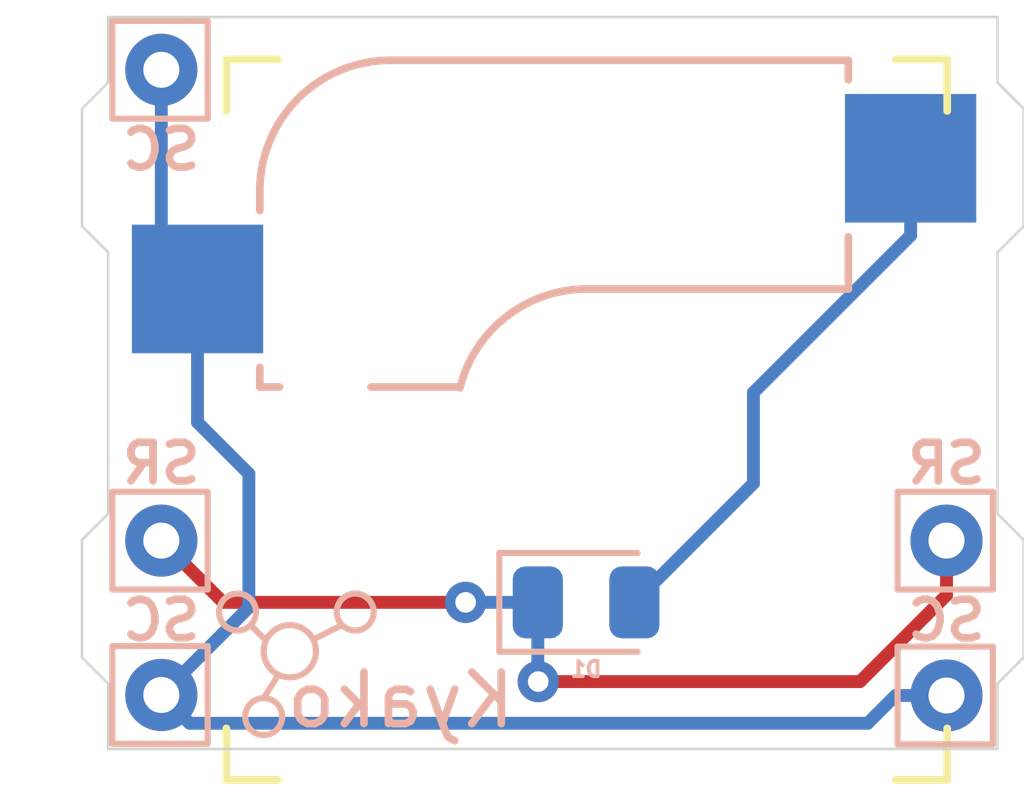
<source format=kicad_pcb>
(kicad_pcb (version 20171130) (host pcbnew "(5.1.5-0-10_14)")

  (general
    (thickness 1.6)
    (drawings 31)
    (tracks 24)
    (zones 0)
    (modules 7)
    (nets 4)
  )

  (page A4)
  (layers
    (0 F.Cu signal)
    (31 B.Cu signal)
    (32 B.Adhes user)
    (33 F.Adhes user)
    (34 B.Paste user)
    (35 F.Paste user)
    (36 B.SilkS user)
    (37 F.SilkS user)
    (38 B.Mask user)
    (39 F.Mask user)
    (40 Dwgs.User user hide)
    (41 Cmts.User user)
    (42 Eco1.User user)
    (43 Eco2.User user)
    (44 Edge.Cuts user)
    (45 Margin user)
    (46 B.CrtYd user hide)
    (47 F.CrtYd user)
    (48 B.Fab user hide)
    (49 F.Fab user hide)
  )

  (setup
    (last_trace_width 0.25)
    (trace_clearance 0.2)
    (zone_clearance 0.508)
    (zone_45_only no)
    (trace_min 0.2)
    (via_size 0.8)
    (via_drill 0.4)
    (via_min_size 0.4)
    (via_min_drill 0.3)
    (uvia_size 0.3)
    (uvia_drill 0.1)
    (uvias_allowed no)
    (uvia_min_size 0.2)
    (uvia_min_drill 0.1)
    (edge_width 0.05)
    (segment_width 0.2)
    (pcb_text_width 0.3)
    (pcb_text_size 1.5 1.5)
    (mod_edge_width 0.12)
    (mod_text_size 1 1)
    (mod_text_width 0.15)
    (pad_size 1.524 1.524)
    (pad_drill 0.762)
    (pad_to_mask_clearance 0.051)
    (solder_mask_min_width 0.25)
    (aux_axis_origin 0 0)
    (visible_elements 7FFFFFFF)
    (pcbplotparams
      (layerselection 0x010fc_ffffffff)
      (usegerberextensions false)
      (usegerberattributes false)
      (usegerberadvancedattributes false)
      (creategerberjobfile false)
      (excludeedgelayer true)
      (linewidth 0.100000)
      (plotframeref false)
      (viasonmask false)
      (mode 1)
      (useauxorigin false)
      (hpglpennumber 1)
      (hpglpenspeed 20)
      (hpglpendiameter 15.000000)
      (psnegative false)
      (psa4output false)
      (plotreference true)
      (plotvalue true)
      (plotinvisibletext false)
      (padsonsilk false)
      (subtractmaskfromsilk false)
      (outputformat 1)
      (mirror false)
      (drillshape 0)
      (scaleselection 1)
      (outputdirectory "molecule_single_gerber/"))
  )

  (net 0 "")
  (net 1 "Net-(D1-Pad2)")
  (net 2 "Net-(D1-Pad1)")
  (net 3 "Net-(J1-Pad2)")

  (net_class Default "This is the default net class."
    (clearance 0.2)
    (trace_width 0.25)
    (via_dia 0.8)
    (via_drill 0.4)
    (uvia_dia 0.3)
    (uvia_drill 0.1)
    (add_net "Net-(D1-Pad1)")
    (add_net "Net-(D1-Pad2)")
    (add_net "Net-(J1-Pad2)")
  )

  (module Connector_Pin:Pin_D0.7mm_L6.5mm_W1.8mm_FlatFork (layer B.Cu) (tedit 5A1DC084) (tstamp 5E909734)
    (at 141.25 113.26)
    (descr "solder Pin_ with flat fork, hole diameter 0.7mm, length 6.5mm, width 1.8mm")
    (tags "solder Pin_ with flat fork")
    (path /5E903841)
    (fp_text reference SC (at 0 -1.46) (layer B.SilkS)
      (effects (font (size 0.75 0.75) (thickness 0.15)) (justify mirror))
    )
    (fp_text value MountingHole_Pad (at 0 1.8) (layer B.Fab)
      (effects (font (size 1 1) (thickness 0.15)) (justify mirror))
    )
    (fp_line (start 1.35 -1.2) (end -1.4 -1.2) (layer B.CrtYd) (width 0.05))
    (fp_line (start 1.35 -1.2) (end 1.35 1.2) (layer B.CrtYd) (width 0.05))
    (fp_line (start -1.4 1.2) (end -1.4 -1.2) (layer B.CrtYd) (width 0.05))
    (fp_line (start -1.4 1.2) (end 1.35 1.2) (layer B.CrtYd) (width 0.05))
    (fp_line (start -0.9 -0.25) (end -0.9 0.25) (layer B.Fab) (width 0.12))
    (fp_line (start 0.85 -0.25) (end -0.9 -0.25) (layer B.Fab) (width 0.12))
    (fp_line (start 0.85 0.25) (end 0.85 -0.25) (layer B.Fab) (width 0.12))
    (fp_line (start -0.9 0.25) (end 0.85 0.25) (layer B.Fab) (width 0.12))
    (fp_line (start 0.9 0.95) (end -0.95 0.95) (layer B.SilkS) (width 0.12))
    (fp_line (start 0.9 0.9) (end 0.9 0.95) (layer B.SilkS) (width 0.12))
    (fp_line (start 0.9 -0.95) (end 0.9 0.9) (layer B.SilkS) (width 0.12))
    (fp_line (start -0.95 -0.95) (end 0.9 -0.95) (layer B.SilkS) (width 0.12))
    (fp_line (start -0.95 0.95) (end -0.95 -0.95) (layer B.SilkS) (width 0.12))
    (fp_text user %R (at 0 -1.8) (layer B.Fab)
      (effects (font (size 1 1) (thickness 0.15)) (justify mirror))
    )
    (pad 1 thru_hole circle (at 0 0) (size 1.4 1.4) (drill 0.7) (layers *.Cu *.Mask)
      (net 3 "Net-(J1-Pad2)"))
    (model ${KISYS3DMOD}/Connector_Pin.3dshapes/Pin_D0.7mm_L6.5mm_W1.8mm_FlatFork.wrl
      (at (xyz 0 0 0))
      (scale (xyz 1 1 1))
      (rotate (xyz 0 0 0))
    )
  )

  (module Diode_SMD:D_0805_2012Metric (layer B.Cu) (tedit 5B36C52B) (tstamp 5E444574)
    (at 134.25 111.45)
    (descr "Diode SMD 0805 (2012 Metric), square (rectangular) end terminal, IPC_7351 nominal, (Body size source: https://docs.google.com/spreadsheets/d/1BsfQQcO9C6DZCsRaXUlFlo91Tg2WpOkGARC1WS5S8t0/edit?usp=sharing), generated with kicad-footprint-generator")
    (tags diode)
    (path /5E3FA792)
    (attr smd)
    (fp_text reference D1 (at 0 1.3) (layer B.SilkS)
      (effects (font (size 0.3 0.3) (thickness 0.075)) (justify mirror))
    )
    (fp_text value 1N4148 (at 3.81 -2.12) (layer B.Fab)
      (effects (font (size 1 1) (thickness 0.15)) (justify mirror))
    )
    (fp_text user %R (at 4.11 0) (layer B.Fab)
      (effects (font (size 0.8 0.8) (thickness 0.12)) (justify mirror))
    )
    (fp_line (start 1.68 -0.95) (end -1.68 -0.95) (layer B.CrtYd) (width 0.05))
    (fp_line (start 1.68 0.95) (end 1.68 -0.95) (layer B.CrtYd) (width 0.05))
    (fp_line (start -1.68 0.95) (end 1.68 0.95) (layer B.CrtYd) (width 0.05))
    (fp_line (start -1.68 -0.95) (end -1.68 0.95) (layer B.CrtYd) (width 0.05))
    (fp_line (start -1.685 -0.96) (end 1 -0.96) (layer B.SilkS) (width 0.12))
    (fp_line (start -1.685 0.96) (end -1.685 -0.96) (layer B.SilkS) (width 0.12))
    (fp_line (start 1 0.96) (end -1.685 0.96) (layer B.SilkS) (width 0.12))
    (fp_line (start 1 -0.6) (end 1 0.6) (layer B.Fab) (width 0.1))
    (fp_line (start -1 -0.6) (end 1 -0.6) (layer B.Fab) (width 0.1))
    (fp_line (start -1 0.3) (end -1 -0.6) (layer B.Fab) (width 0.1))
    (fp_line (start -0.7 0.6) (end -1 0.3) (layer B.Fab) (width 0.1))
    (fp_line (start 1 0.6) (end -0.7 0.6) (layer B.Fab) (width 0.1))
    (fp_text user K (at 0 1.8) (layer B.Fab)
      (effects (font (size 1 1) (thickness 0.15)) (justify mirror))
    )
    (pad 2 smd roundrect (at 0.9375 0) (size 0.975 1.4) (layers B.Cu B.Paste B.Mask) (roundrect_rratio 0.25)
      (net 1 "Net-(D1-Pad2)"))
    (pad 1 smd roundrect (at -0.9375 0) (size 0.975 1.4) (layers B.Cu B.Paste B.Mask) (roundrect_rratio 0.25)
      (net 2 "Net-(D1-Pad1)"))
    (model ${KISYS3DMOD}/Diode_SMD.3dshapes/D_0805_2012Metric.wrl
      (at (xyz 0 0 0))
      (scale (xyz 1 1 1))
      (rotate (xyz 0 0 0))
    )
  )

  (module Connector_Pin:Pin_D0.7mm_L6.5mm_W1.8mm_FlatFork (layer B.Cu) (tedit 5A1DC084) (tstamp 5E4445F4)
    (at 126 113.25)
    (descr "solder Pin_ with flat fork, hole diameter 0.7mm, length 6.5mm, width 1.8mm")
    (tags "solder Pin_ with flat fork")
    (path /5E3FB00F)
    (fp_text reference SC (at 0 -1.45) (layer B.SilkS)
      (effects (font (size 0.75 0.75) (thickness 0.15)) (justify mirror))
    )
    (fp_text value MountingHole_Pad (at 0 1.8) (layer B.Fab)
      (effects (font (size 1 1) (thickness 0.15)) (justify mirror))
    )
    (fp_line (start 1.35 -1.2) (end -1.4 -1.2) (layer B.CrtYd) (width 0.05))
    (fp_line (start 1.35 -1.2) (end 1.35 1.2) (layer B.CrtYd) (width 0.05))
    (fp_line (start -1.4 1.2) (end -1.4 -1.2) (layer B.CrtYd) (width 0.05))
    (fp_line (start -1.4 1.2) (end 1.35 1.2) (layer B.CrtYd) (width 0.05))
    (fp_line (start -0.9 -0.25) (end -0.9 0.25) (layer B.Fab) (width 0.12))
    (fp_line (start 0.85 -0.25) (end -0.9 -0.25) (layer B.Fab) (width 0.12))
    (fp_line (start 0.85 0.25) (end 0.85 -0.25) (layer B.Fab) (width 0.12))
    (fp_line (start -0.9 0.25) (end 0.85 0.25) (layer B.Fab) (width 0.12))
    (fp_line (start 0.9 0.95) (end -0.95 0.95) (layer B.SilkS) (width 0.12))
    (fp_line (start 0.9 0.9) (end 0.9 0.95) (layer B.SilkS) (width 0.12))
    (fp_line (start 0.9 -0.95) (end 0.9 0.9) (layer B.SilkS) (width 0.12))
    (fp_line (start -0.95 -0.95) (end 0.9 -0.95) (layer B.SilkS) (width 0.12))
    (fp_line (start -0.95 0.95) (end -0.95 -0.95) (layer B.SilkS) (width 0.12))
    (fp_text user %R (at -2.032 0.762) (layer B.Fab)
      (effects (font (size 1 1) (thickness 0.15)) (justify mirror))
    )
    (pad 1 thru_hole circle (at 0 0) (size 1.4 1.4) (drill 0.7) (layers *.Cu *.Mask)
      (net 3 "Net-(J1-Pad2)"))
    (model ${KISYS3DMOD}/Connector_Pin.3dshapes/Pin_D0.7mm_L6.5mm_W1.8mm_FlatFork.wrl
      (at (xyz 0 0 0))
      (scale (xyz 1 1 1))
      (rotate (xyz 0 0 0))
    )
  )

  (module Connector_Pin:Pin_D0.7mm_L6.5mm_W1.8mm_FlatFork (layer B.Cu) (tedit 5A1DC084) (tstamp 5E4445E1)
    (at 126 101.1)
    (descr "solder Pin_ with flat fork, hole diameter 0.7mm, length 6.5mm, width 1.8mm")
    (tags "solder Pin_ with flat fork")
    (path /5E41DF51)
    (fp_text reference SC (at 0 1.55) (layer B.SilkS)
      (effects (font (size 0.75 0.75) (thickness 0.15)) (justify mirror))
    )
    (fp_text value MountingHole_Pad (at 0 1.8) (layer B.Fab)
      (effects (font (size 1 1) (thickness 0.15)) (justify mirror))
    )
    (fp_line (start 1.35 -1.2) (end -1.4 -1.2) (layer B.CrtYd) (width 0.05))
    (fp_line (start 1.35 -1.2) (end 1.35 1.2) (layer B.CrtYd) (width 0.05))
    (fp_line (start -1.4 1.2) (end -1.4 -1.2) (layer B.CrtYd) (width 0.05))
    (fp_line (start -1.4 1.2) (end 1.35 1.2) (layer B.CrtYd) (width 0.05))
    (fp_line (start -0.9 -0.25) (end -0.9 0.25) (layer B.Fab) (width 0.12))
    (fp_line (start 0.85 -0.25) (end -0.9 -0.25) (layer B.Fab) (width 0.12))
    (fp_line (start 0.85 0.25) (end 0.85 -0.25) (layer B.Fab) (width 0.12))
    (fp_line (start -0.9 0.25) (end 0.85 0.25) (layer B.Fab) (width 0.12))
    (fp_line (start 0.9 0.95) (end -0.95 0.95) (layer B.SilkS) (width 0.12))
    (fp_line (start 0.9 0.9) (end 0.9 0.95) (layer B.SilkS) (width 0.12))
    (fp_line (start 0.9 -0.95) (end 0.9 0.9) (layer B.SilkS) (width 0.12))
    (fp_line (start -0.95 -0.95) (end 0.9 -0.95) (layer B.SilkS) (width 0.12))
    (fp_line (start -0.95 0.95) (end -0.95 -0.95) (layer B.SilkS) (width 0.12))
    (fp_text user %R (at -2.032 -0.508) (layer B.Fab)
      (effects (font (size 1 1) (thickness 0.15)) (justify mirror))
    )
    (pad 1 thru_hole circle (at 0 0) (size 1.4 1.4) (drill 0.7) (layers *.Cu *.Mask)
      (net 3 "Net-(J1-Pad2)"))
    (model ${KISYS3DMOD}/Connector_Pin.3dshapes/Pin_D0.7mm_L6.5mm_W1.8mm_FlatFork.wrl
      (at (xyz 0 0 0))
      (scale (xyz 1 1 1))
      (rotate (xyz 0 0 0))
    )
  )

  (module Connector_Pin:Pin_D0.7mm_L6.5mm_W1.8mm_FlatFork (layer B.Cu) (tedit 5A1DC084) (tstamp 5E4445CE)
    (at 141.25 110.25)
    (descr "solder Pin_ with flat fork, hole diameter 0.7mm, length 6.5mm, width 1.8mm")
    (tags "solder Pin_ with flat fork")
    (path /5E3FC1C5)
    (fp_text reference SR (at 0 -1.5) (layer B.SilkS)
      (effects (font (size 0.75 0.75) (thickness 0.15)) (justify mirror))
    )
    (fp_text value MountingHole_Pad (at 0 1.8) (layer B.Fab)
      (effects (font (size 1 1) (thickness 0.15)) (justify mirror))
    )
    (fp_line (start 1.35 -1.2) (end -1.4 -1.2) (layer B.CrtYd) (width 0.05))
    (fp_line (start 1.35 -1.2) (end 1.35 1.2) (layer B.CrtYd) (width 0.05))
    (fp_line (start -1.4 1.2) (end -1.4 -1.2) (layer B.CrtYd) (width 0.05))
    (fp_line (start -1.4 1.2) (end 1.35 1.2) (layer B.CrtYd) (width 0.05))
    (fp_line (start -0.9 -0.25) (end -0.9 0.25) (layer B.Fab) (width 0.12))
    (fp_line (start 0.85 -0.25) (end -0.9 -0.25) (layer B.Fab) (width 0.12))
    (fp_line (start 0.85 0.25) (end 0.85 -0.25) (layer B.Fab) (width 0.12))
    (fp_line (start -0.9 0.25) (end 0.85 0.25) (layer B.Fab) (width 0.12))
    (fp_line (start 0.9 0.95) (end -0.95 0.95) (layer B.SilkS) (width 0.12))
    (fp_line (start 0.9 0.9) (end 0.9 0.95) (layer B.SilkS) (width 0.12))
    (fp_line (start 0.9 -0.95) (end 0.9 0.9) (layer B.SilkS) (width 0.12))
    (fp_line (start -0.95 -0.95) (end 0.9 -0.95) (layer B.SilkS) (width 0.12))
    (fp_line (start -0.95 0.95) (end -0.95 -0.95) (layer B.SilkS) (width 0.12))
    (fp_text user %R (at -2.032 0.508) (layer B.Fab)
      (effects (font (size 1 1) (thickness 0.15)) (justify mirror))
    )
    (pad 1 thru_hole circle (at 0 0) (size 1.4 1.4) (drill 0.7) (layers *.Cu *.Mask)
      (net 2 "Net-(D1-Pad1)"))
    (model ${KISYS3DMOD}/Connector_Pin.3dshapes/Pin_D0.7mm_L6.5mm_W1.8mm_FlatFork.wrl
      (at (xyz 0 0 0))
      (scale (xyz 1 1 1))
      (rotate (xyz 0 0 0))
    )
  )

  (module Connector_Pin:Pin_D0.7mm_L6.5mm_W1.8mm_FlatFork (layer B.Cu) (tedit 5A1DC084) (tstamp 5E4445BB)
    (at 126 110.25)
    (descr "solder Pin_ with flat fork, hole diameter 0.7mm, length 6.5mm, width 1.8mm")
    (tags "solder Pin_ with flat fork")
    (path /5E41F48F)
    (fp_text reference SR (at 0 -1.5) (layer B.SilkS)
      (effects (font (size 0.75 0.75) (thickness 0.15)) (justify mirror))
    )
    (fp_text value MountingHole_Pad (at 0 1.8) (layer B.Fab)
      (effects (font (size 1 1) (thickness 0.15)) (justify mirror))
    )
    (fp_line (start 1.35 -1.2) (end -1.4 -1.2) (layer B.CrtYd) (width 0.05))
    (fp_line (start 1.35 -1.2) (end 1.35 1.2) (layer B.CrtYd) (width 0.05))
    (fp_line (start -1.4 1.2) (end -1.4 -1.2) (layer B.CrtYd) (width 0.05))
    (fp_line (start -1.4 1.2) (end 1.35 1.2) (layer B.CrtYd) (width 0.05))
    (fp_line (start -0.9 -0.25) (end -0.9 0.25) (layer B.Fab) (width 0.12))
    (fp_line (start 0.85 -0.25) (end -0.9 -0.25) (layer B.Fab) (width 0.12))
    (fp_line (start 0.85 0.25) (end 0.85 -0.25) (layer B.Fab) (width 0.12))
    (fp_line (start -0.9 0.25) (end 0.85 0.25) (layer B.Fab) (width 0.12))
    (fp_line (start 0.9 0.95) (end -0.95 0.95) (layer B.SilkS) (width 0.12))
    (fp_line (start 0.9 0.9) (end 0.9 0.95) (layer B.SilkS) (width 0.12))
    (fp_line (start 0.9 -0.95) (end 0.9 0.9) (layer B.SilkS) (width 0.12))
    (fp_line (start -0.95 -0.95) (end 0.9 -0.95) (layer B.SilkS) (width 0.12))
    (fp_line (start -0.95 0.95) (end -0.95 -0.95) (layer B.SilkS) (width 0.12))
    (fp_text user %R (at 0 -1.8) (layer B.Fab)
      (effects (font (size 1 1) (thickness 0.15)) (justify mirror))
    )
    (pad 1 thru_hole circle (at 0 0) (size 1.4 1.4) (drill 0.7) (layers *.Cu *.Mask)
      (net 2 "Net-(D1-Pad1)"))
    (model ${KISYS3DMOD}/Connector_Pin.3dshapes/Pin_D0.7mm_L6.5mm_W1.8mm_FlatFork.wrl
      (at (xyz 0 0 0))
      (scale (xyz 1 1 1))
      (rotate (xyz 0 0 0))
    )
  )

  (module keyswitches:Kailh_socket_MX (layer F.Cu) (tedit 5DD4FB17) (tstamp 5E4445A8)
    (at 134.263 107.9)
    (descr "MX-style keyswitch with Kailh socket mount")
    (tags MX,cherry,gateron,kailh,pg1511,socket)
    (path /5E3FDAD4)
    (attr smd)
    (fp_text reference J1 (at 3.151 -1.728) (layer B.SilkS) hide
      (effects (font (size 1 1) (thickness 0.15)) (justify mirror))
    )
    (fp_text value kailh_hotswap_mx (at 0 8.255) (layer F.Fab)
      (effects (font (size 1 1) (thickness 0.15)))
    )
    (fp_text user %V (at -0.635 0.635) (layer B.Fab)
      (effects (font (size 1 1) (thickness 0.15)) (justify mirror))
    )
    (fp_text user %R (at -0.635 -4.445) (layer B.Fab)
      (effects (font (size 1 1) (thickness 0.15)) (justify mirror))
    )
    (fp_line (start -8.89 -3.81) (end -6.35 -3.81) (layer B.Fab) (width 0.12))
    (fp_line (start -8.89 -1.27) (end -8.89 -3.81) (layer B.Fab) (width 0.12))
    (fp_line (start -6.35 -1.27) (end -8.89 -1.27) (layer B.Fab) (width 0.12))
    (fp_line (start 7.62 -3.81) (end 5.08 -3.81) (layer B.Fab) (width 0.12))
    (fp_line (start 7.62 -6.35) (end 7.62 -3.81) (layer B.Fab) (width 0.12))
    (fp_line (start 5.08 -6.35) (end 7.62 -6.35) (layer B.Fab) (width 0.12))
    (fp_line (start 5.08 -2.54) (end 0 -2.54) (layer B.Fab) (width 0.12))
    (fp_line (start 5.08 -6.985) (end 5.08 -2.54) (layer B.Fab) (width 0.12))
    (fp_line (start -3.81 -6.985) (end 5.08 -6.985) (layer B.Fab) (width 0.12))
    (fp_line (start -6.35 -0.635) (end -6.35 -4.445) (layer B.Fab) (width 0.12))
    (fp_line (start -6.35 -0.635) (end -2.54 -0.635) (layer B.Fab) (width 0.12))
    (fp_arc (start 0 0) (end 0 -2.54) (angle -75.96375653) (layer B.Fab) (width 0.12))
    (fp_arc (start -3.81 -4.445) (end -3.81 -6.985) (angle -90) (layer B.Fab) (width 0.12))
    (fp_line (start 5.08 -6.985) (end 5.08 -6.604) (layer B.SilkS) (width 0.15))
    (fp_line (start -3.81 -6.985) (end 5.08 -6.985) (layer B.SilkS) (width 0.15))
    (fp_line (start -6.35 -4.445) (end -6.35 -4.064) (layer B.SilkS) (width 0.15))
    (fp_line (start -5.969 -0.635) (end -6.35 -0.635) (layer B.SilkS) (width 0.15))
    (fp_line (start -2.464162 -0.635) (end -4.191 -0.635) (layer B.SilkS) (width 0.15))
    (fp_line (start 5.08 -2.54) (end 0 -2.54) (layer B.SilkS) (width 0.15))
    (fp_line (start 5.08 -3.556) (end 5.08 -2.54) (layer B.SilkS) (width 0.15))
    (fp_arc (start 0 0) (end 0 -2.54) (angle -75.96375653) (layer B.SilkS) (width 0.15))
    (fp_line (start -6.35 -1.016) (end -6.35 -0.635) (layer B.SilkS) (width 0.15))
    (fp_arc (start -3.81 -4.445) (end -3.81 -6.985) (angle -90) (layer B.SilkS) (width 0.15))
    (fp_line (start -7.5 7.5) (end -7.5 -7.5) (layer F.Fab) (width 0.15))
    (fp_line (start 7.5 7.5) (end -7.5 7.5) (layer F.Fab) (width 0.15))
    (fp_line (start 7.5 -7.5) (end 7.5 7.5) (layer F.Fab) (width 0.15))
    (fp_line (start -7.5 -7.5) (end 7.5 -7.5) (layer F.Fab) (width 0.15))
    (fp_line (start -6.9 6.9) (end -6.9 -6.9) (layer Eco2.User) (width 0.15))
    (fp_line (start 6.9 -6.9) (end 6.9 6.9) (layer Eco2.User) (width 0.15))
    (fp_line (start 6.9 -6.9) (end -6.9 -6.9) (layer Eco2.User) (width 0.15))
    (fp_line (start -6.9 6.9) (end 6.9 6.9) (layer Eco2.User) (width 0.15))
    (fp_line (start 7 -7) (end 7 -6) (layer F.SilkS) (width 0.15))
    (fp_line (start 6 7) (end 7 7) (layer F.SilkS) (width 0.15))
    (fp_line (start 7 -7) (end 6 -7) (layer F.SilkS) (width 0.15))
    (fp_line (start 7 6) (end 7 7) (layer F.SilkS) (width 0.15))
    (fp_line (start -7 7) (end -7 6) (layer F.SilkS) (width 0.15))
    (fp_line (start -6 -7) (end -7 -7) (layer F.SilkS) (width 0.15))
    (fp_line (start -7 7) (end -6 7) (layer F.SilkS) (width 0.15))
    (fp_line (start -7 -6) (end -7 -7) (layer F.SilkS) (width 0.15))
    (pad 2 smd rect (at -7.56 -2.54) (size 2.55 2.5) (layers B.Cu B.Paste B.Mask)
      (net 3 "Net-(J1-Pad2)"))
    (pad "" np_thru_hole circle (at -5.08 0) (size 1.7018 1.7018) (drill 1.7018) (layers *.Cu *.Mask))
    (pad "" np_thru_hole circle (at 5.08 0) (size 1.7018 1.7018) (drill 1.7018) (layers *.Cu *.Mask))
    (pad "" np_thru_hole circle (at 0 0) (size 3.9878 3.9878) (drill 3.9878) (layers *.Cu *.Mask))
    (pad "" np_thru_hole circle (at -3.81 -2.54) (size 3 3) (drill 3) (layers *.Cu *.Mask))
    (pad "" np_thru_hole circle (at 2.54 -5.08) (size 3 3) (drill 3) (layers *.Cu *.Mask))
    (pad 1 smd rect (at 6.29 -5.08) (size 2.55 2.5) (layers B.Cu B.Paste B.Mask)
      (net 1 "Net-(D1-Pad2)"))
  )

  (gr_line (start 124.968 113.03) (end 124.968 114.3) (layer Edge.Cuts) (width 0.05) (tstamp 5E44510D))
  (gr_line (start 124.46 112.522) (end 124.968 113.03) (layer Edge.Cuts) (width 0.05))
  (gr_line (start 124.46 110.236) (end 124.46 112.522) (layer Edge.Cuts) (width 0.05))
  (gr_line (start 124.968 109.728) (end 124.46 110.236) (layer Edge.Cuts) (width 0.05))
  (gr_line (start 124.968 104.648) (end 124.968 109.728) (layer Edge.Cuts) (width 0.05))
  (gr_line (start 124.46 104.14) (end 124.968 104.648) (layer Edge.Cuts) (width 0.05))
  (gr_line (start 124.46 101.854) (end 124.46 104.14) (layer Edge.Cuts) (width 0.05))
  (gr_line (start 124.968 101.346) (end 124.46 101.854) (layer Edge.Cuts) (width 0.05))
  (gr_line (start 124.968 100.076) (end 124.968 101.346) (layer Edge.Cuts) (width 0.05))
  (gr_line (start 142.24 113.03) (end 142.24 114.3) (layer Edge.Cuts) (width 0.05) (tstamp 5E44510A))
  (gr_line (start 142.748 112.522) (end 142.24 113.03) (layer Edge.Cuts) (width 0.05))
  (gr_line (start 142.748 110.236) (end 142.748 112.522) (layer Edge.Cuts) (width 0.05))
  (gr_line (start 142.24 109.728) (end 142.748 110.236) (layer Edge.Cuts) (width 0.05))
  (gr_line (start 142.24 104.648) (end 142.24 109.728) (layer Edge.Cuts) (width 0.05))
  (gr_line (start 142.748 104.14) (end 142.24 104.648) (layer Edge.Cuts) (width 0.05))
  (gr_line (start 142.748 101.854) (end 142.748 104.14) (layer Edge.Cuts) (width 0.05))
  (gr_line (start 142.24 101.346) (end 142.748 101.854) (layer Edge.Cuts) (width 0.05))
  (gr_line (start 142.24 100.076) (end 142.24 101.346) (layer Edge.Cuts) (width 0.05))
  (gr_text Kyako (at 130.65 113.35) (layer B.SilkS)
    (effects (font (size 1 1) (thickness 0.15)) (justify mirror))
  )
  (gr_line (start 127.988 113.31079) (end 128.242 112.908) (layer B.SilkS) (width 0.12))
  (gr_line (start 129.512 111.892) (end 129.004 112.146) (layer B.SilkS) (width 0.12))
  (gr_line (start 127.734 111.892) (end 127.988 112.146) (layer B.SilkS) (width 0.12))
  (gr_circle (center 129.766 111.638) (end 130.02 111.892) (layer B.SilkS) (width 0.12))
  (gr_circle (center 127.988 113.67) (end 128.242 113.924) (layer B.SilkS) (width 0.12))
  (gr_circle (center 127.48 111.638) (end 127.734 111.892) (layer B.SilkS) (width 0.12))
  (gr_circle (center 128.496 112.4) (end 129.004 112.4) (layer B.SilkS) (width 0.12))
  (gr_line (start 124.968 114.3) (end 142.24 114.3) (layer Edge.Cuts) (width 0.05))
  (gr_line (start 126.492 100.076) (end 126.746 100.076) (layer Edge.Cuts) (width 0.05) (tstamp 5E444AEE))
  (gr_line (start 124.968 100.076) (end 126.492 100.076) (layer Edge.Cuts) (width 0.05))
  (gr_line (start 141.986 100.076) (end 142.24 100.076) (layer Edge.Cuts) (width 0.05))
  (gr_line (start 126.746 100.076) (end 141.986 100.076) (layer Edge.Cuts) (width 0.05))

  (segment (start 140.553 104.32) (end 137.5 107.373) (width 0.25) (layer B.Cu) (net 1))
  (segment (start 140.553 102.82) (end 140.553 104.32) (width 0.25) (layer B.Cu) (net 1))
  (segment (start 137.5 109.1375) (end 135.1875 111.45) (width 0.25) (layer B.Cu) (net 1))
  (segment (start 137.5 107.373) (end 137.5 109.1375) (width 0.25) (layer B.Cu) (net 1))
  (via (at 131.91 111.45) (size 0.8) (drill 0.4) (layers F.Cu B.Cu) (net 2))
  (segment (start 133.3125 111.45) (end 131.91 111.45) (width 0.25) (layer B.Cu) (net 2))
  (segment (start 127.2 111.45) (end 126 110.25) (width 0.25) (layer F.Cu) (net 2))
  (segment (start 131.91 111.45) (end 127.2 111.45) (width 0.25) (layer F.Cu) (net 2))
  (via (at 133.32 112.99) (size 0.8) (drill 0.4) (layers F.Cu B.Cu) (net 2))
  (segment (start 133.3125 112.9825) (end 133.32 112.99) (width 0.25) (layer B.Cu) (net 2))
  (segment (start 133.3125 111.45) (end 133.3125 112.9825) (width 0.25) (layer B.Cu) (net 2))
  (segment (start 133.32 112.99) (end 139.57 112.99) (width 0.25) (layer F.Cu) (net 2))
  (segment (start 141.25 111.31) (end 141.25 110.25) (width 0.25) (layer F.Cu) (net 2))
  (segment (start 139.57 112.99) (end 141.25 111.31) (width 0.25) (layer F.Cu) (net 2))
  (segment (start 126 104.657) (end 126.703 105.36) (width 0.25) (layer B.Cu) (net 3))
  (segment (start 126 101.1) (end 126 104.657) (width 0.25) (layer B.Cu) (net 3))
  (segment (start 126.55 113.8) (end 126 113.25) (width 0.25) (layer B.Cu) (net 3))
  (segment (start 139.720051 113.8) (end 126.55 113.8) (width 0.25) (layer B.Cu) (net 3))
  (segment (start 140.260051 113.26) (end 139.720051 113.8) (width 0.25) (layer B.Cu) (net 3))
  (segment (start 141.25 113.26) (end 140.260051 113.26) (width 0.25) (layer B.Cu) (net 3))
  (segment (start 127.7 111.55) (end 126 113.25) (width 0.25) (layer B.Cu) (net 3))
  (segment (start 126.703 107.953) (end 127.7 108.95) (width 0.25) (layer B.Cu) (net 3))
  (segment (start 127.7 108.95) (end 127.7 111.55) (width 0.25) (layer B.Cu) (net 3))
  (segment (start 126.703 105.36) (end 126.703 107.953) (width 0.25) (layer B.Cu) (net 3))

)

</source>
